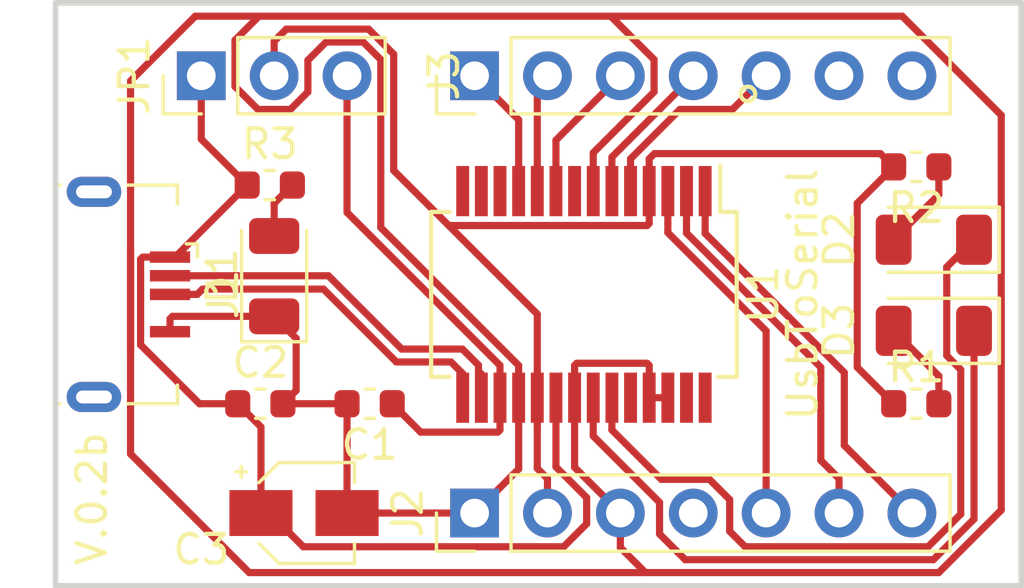
<source format=kicad_pcb>
(kicad_pcb (version 20171130) (host pcbnew "(5.0.1)-3")

  (general
    (thickness 1.6)
    (drawings 8)
    (tracks 170)
    (zones 0)
    (modules 14)
    (nets 29)
  )

  (page A4)
  (layers
    (0 F.Cu signal)
    (31 B.Cu signal)
    (32 B.Adhes user)
    (33 F.Adhes user)
    (34 B.Paste user)
    (35 F.Paste user)
    (36 B.SilkS user)
    (37 F.SilkS user)
    (38 B.Mask user)
    (39 F.Mask user)
    (40 Dwgs.User user)
    (41 Cmts.User user)
    (42 Eco1.User user)
    (43 Eco2.User user)
    (44 Edge.Cuts user)
    (45 Margin user)
    (46 B.CrtYd user)
    (47 F.CrtYd user)
    (48 B.Fab user)
    (49 F.Fab user hide)
  )

  (setup
    (last_trace_width 0.25)
    (trace_clearance 0.2)
    (zone_clearance 0.508)
    (zone_45_only no)
    (trace_min 0.2)
    (segment_width 0.2)
    (edge_width 0.15)
    (via_size 0.8)
    (via_drill 0.4)
    (via_min_size 0.4)
    (via_min_drill 0.3)
    (uvia_size 0.3)
    (uvia_drill 0.1)
    (uvias_allowed no)
    (uvia_min_size 0.2)
    (uvia_min_drill 0.1)
    (pcb_text_width 0.3)
    (pcb_text_size 1.5 1.5)
    (mod_edge_width 0.15)
    (mod_text_size 1 1)
    (mod_text_width 0.15)
    (pad_size 1.75 1.9)
    (pad_drill 0)
    (pad_to_mask_clearance 0.051)
    (solder_mask_min_width 0.25)
    (aux_axis_origin 0 0)
    (visible_elements 7FFFFFFF)
    (pcbplotparams
      (layerselection 0x010fc_7fffffff)
      (usegerberextensions false)
      (usegerberattributes false)
      (usegerberadvancedattributes false)
      (creategerberjobfile false)
      (excludeedgelayer true)
      (linewidth 0.100000)
      (plotframeref false)
      (viasonmask false)
      (mode 1)
      (useauxorigin false)
      (hpglpennumber 1)
      (hpglpenspeed 20)
      (hpglpendiameter 15.000000)
      (psnegative false)
      (psa4output false)
      (plotreference true)
      (plotvalue true)
      (plotinvisibletext false)
      (padsonsilk false)
      (subtractmaskfromsilk false)
      (outputformat 1)
      (mirror false)
      (drillshape 0)
      (scaleselection 1)
      (outputdirectory "Gerber/"))
  )

  (net 0 "")
  (net 1 +5V)
  (net 2 GNDREF)
  (net 3 "Net-(D2-Pad2)")
  (net 4 "Net-(D2-Pad1)")
  (net 5 "Net-(D3-Pad1)")
  (net 6 "Net-(D3-Pad2)")
  (net 7 "Net-(J1-Pad6)")
  (net 8 "Net-(J1-Pad2)")
  (net 9 "Net-(J1-Pad3)")
  (net 10 "Net-(U1-Pad12)")
  (net 11 "Net-(U1-Pad13)")
  (net 12 "Net-(U1-Pad14)")
  (net 13 "Net-(U1-Pad27)")
  (net 14 "Net-(U1-Pad28)")
  (net 15 "Net-(D1-Pad2)")
  (net 16 CTS)
  (net 17 PWR)
  (net 18 RXI)
  (net 19 DTR)
  (net 20 +3V3)
  (net 21 TX0)
  (net 22 RTS)
  (net 23 RI)
  (net 24 DCR)
  (net 25 DCD)
  (net 26 "Net-(J3-Pad6)")
  (net 27 "Net-(J2-Pad4)")
  (net 28 "Net-(J3-Pad7)")

  (net_class Default "This is the default net class."
    (clearance 0.2)
    (trace_width 0.25)
    (via_dia 0.8)
    (via_drill 0.4)
    (uvia_dia 0.3)
    (uvia_drill 0.1)
    (add_net +3V3)
    (add_net +5V)
    (add_net CTS)
    (add_net DCD)
    (add_net DCR)
    (add_net DTR)
    (add_net GNDREF)
    (add_net "Net-(D1-Pad2)")
    (add_net "Net-(D2-Pad1)")
    (add_net "Net-(D2-Pad2)")
    (add_net "Net-(D3-Pad1)")
    (add_net "Net-(D3-Pad2)")
    (add_net "Net-(J1-Pad2)")
    (add_net "Net-(J1-Pad3)")
    (add_net "Net-(J1-Pad6)")
    (add_net "Net-(J2-Pad4)")
    (add_net "Net-(J3-Pad6)")
    (add_net "Net-(J3-Pad7)")
    (add_net "Net-(U1-Pad12)")
    (add_net "Net-(U1-Pad13)")
    (add_net "Net-(U1-Pad14)")
    (add_net "Net-(U1-Pad27)")
    (add_net "Net-(U1-Pad28)")
    (add_net PWR)
    (add_net RI)
    (add_net RTS)
    (add_net RXI)
    (add_net TX0)
  )

  (module Connector_USB:USB_Micro-B_GCT_USB3076-30-A (layer F.Cu) (tedit 5D26EAAA) (tstamp 5D26F2D8)
    (at 80.645 80.01 270)
    (descr "GCT Micro USB https://gct.co/files/drawings/usb3076.pdf")
    (tags "Micro-USB SMD Typ-B GCT")
    (path /5D1BC55B)
    (attr smd)
    (fp_text reference J1 (at 0 -3.3 270) (layer F.SilkS)
      (effects (font (size 1 1) (thickness 0.15)))
    )
    (fp_text value USB_B_Micro (at 0 5.2 270) (layer F.Fab)
      (effects (font (size 1 1) (thickness 0.15)))
    )
    (fp_line (start -4.6 4.45) (end 4.6 4.45) (layer F.CrtYd) (width 0.05))
    (fp_line (start 4.6 -2.65) (end 4.6 4.45) (layer F.CrtYd) (width 0.05))
    (fp_line (start -4.6 -2.65) (end 4.6 -2.65) (layer F.CrtYd) (width 0.05))
    (fp_line (start -4.6 4.45) (end -4.6 -2.65) (layer F.CrtYd) (width 0.05))
    (fp_text user "PCB Edge" (at 0 2.65 270) (layer Dwgs.User)
      (effects (font (size 0.5 0.5) (thickness 0.08)))
    )
    (fp_line (start -3.81 -1.71) (end -3.15 -1.71) (layer F.SilkS) (width 0.12))
    (fp_line (start -3.81 0.02) (end -3.81 -1.71) (layer F.SilkS) (width 0.12))
    (fp_line (start 3.81 2.59) (end 3.81 2.38) (layer F.SilkS) (width 0.12))
    (fp_line (start 3.7 3.95) (end 3.7 -1.6) (layer F.Fab) (width 0.1))
    (fp_line (start -3 2.65) (end 3 2.65) (layer F.Fab) (width 0.1))
    (fp_line (start -3.7 3.95) (end 3.7 3.95) (layer F.Fab) (width 0.1))
    (fp_line (start -3.7 -1.6) (end 3.7 -1.6) (layer F.Fab) (width 0.1))
    (fp_line (start -3.7 3.95) (end -3.7 -1.6) (layer F.Fab) (width 0.1))
    (fp_line (start -3.81 2.59) (end -3.81 2.38) (layer F.SilkS) (width 0.12))
    (fp_line (start 3.81 0.02) (end 3.81 -1.71) (layer F.SilkS) (width 0.12))
    (fp_line (start 3.81 -1.71) (end 3.16 -1.71) (layer F.SilkS) (width 0.12))
    (fp_text user %R (at 0 0.85 270) (layer F.Fab)
      (effects (font (size 1 1) (thickness 0.15)))
    )
    (fp_line (start -1.76 -2.41) (end -1.31 -2.41) (layer F.SilkS) (width 0.12))
    (fp_line (start -1.76 -2.41) (end -1.76 -2.02) (layer F.SilkS) (width 0.12))
    (fp_line (start -1.3 -1.75) (end -1.5 -1.95) (layer F.Fab) (width 0.1))
    (fp_line (start -1.1 -1.95) (end -1.3 -1.75) (layer F.Fab) (width 0.1))
    (fp_line (start -1.5 -2.16) (end -1.1 -2.16) (layer F.Fab) (width 0.1))
    (fp_line (start -1.5 -2.16) (end -1.5 -1.95) (layer F.Fab) (width 0.1))
    (fp_line (start -1.1 -2.16) (end -1.1 -1.95) (layer F.Fab) (width 0.1))
    (pad 2 smd rect (at -0.65 -1.45 270) (size 0.4 1.4) (layers F.Cu F.Paste F.Mask)
      (net 8 "Net-(J1-Pad2)"))
    (pad 1 smd rect (at -1.3 -1.45 270) (size 0.4 1.4) (layers F.Cu F.Paste F.Mask)
      (net 1 +5V))
    (pad 5 smd rect (at 1.3 -1.45 270) (size 0.4 1.4) (layers F.Cu F.Paste F.Mask)
      (net 2 GNDREF))
    (pad 3 smd rect (at 0 -1.45 270) (size 0.4 1.4) (layers F.Cu F.Paste F.Mask)
      (net 9 "Net-(J1-Pad3)"))
    (pad 6 thru_hole oval (at -3.575 1.2 90) (size 1.05 1.9) (drill oval 0.45 1.25) (layers *.Cu *.Mask)
      (net 7 "Net-(J1-Pad6)"))
    (pad 6 thru_hole oval (at 3.575 1.2 270) (size 1.05 1.9) (drill oval 0.45 1.25) (layers *.Cu *.Mask)
      (net 7 "Net-(J1-Pad6)"))
    (model ${KISYS3DMOD}/Connector_USB.3dshapes/USB_Micro-B_GCT_USB3076-30-A.wrl
      (at (xyz 0 0 0))
      (scale (xyz 1 1 1))
      (rotate (xyz 0 0 0))
    )
  )

  (module Capacitor_SMD:C_0603_1608Metric (layer F.Cu) (tedit 5B301BBE) (tstamp 5D26F243)
    (at 89.0525 83.82 180)
    (descr "Capacitor SMD 0603 (1608 Metric), square (rectangular) end terminal, IPC_7351 nominal, (Body size source: http://www.tortai-tech.com/upload/download/2011102023233369053.pdf), generated with kicad-footprint-generator")
    (tags capacitor)
    (path /5D1BD4CB)
    (attr smd)
    (fp_text reference C1 (at 0 -1.43 180) (layer F.SilkS)
      (effects (font (size 1 1) (thickness 0.15)))
    )
    (fp_text value 100nf (at 0 1.43 180) (layer F.Fab)
      (effects (font (size 1 1) (thickness 0.15)))
    )
    (fp_text user %R (at 0 0 180) (layer F.Fab)
      (effects (font (size 0.4 0.4) (thickness 0.06)))
    )
    (fp_line (start 1.48 0.73) (end -1.48 0.73) (layer F.CrtYd) (width 0.05))
    (fp_line (start 1.48 -0.73) (end 1.48 0.73) (layer F.CrtYd) (width 0.05))
    (fp_line (start -1.48 -0.73) (end 1.48 -0.73) (layer F.CrtYd) (width 0.05))
    (fp_line (start -1.48 0.73) (end -1.48 -0.73) (layer F.CrtYd) (width 0.05))
    (fp_line (start -0.162779 0.51) (end 0.162779 0.51) (layer F.SilkS) (width 0.12))
    (fp_line (start -0.162779 -0.51) (end 0.162779 -0.51) (layer F.SilkS) (width 0.12))
    (fp_line (start 0.8 0.4) (end -0.8 0.4) (layer F.Fab) (width 0.1))
    (fp_line (start 0.8 -0.4) (end 0.8 0.4) (layer F.Fab) (width 0.1))
    (fp_line (start -0.8 -0.4) (end 0.8 -0.4) (layer F.Fab) (width 0.1))
    (fp_line (start -0.8 0.4) (end -0.8 -0.4) (layer F.Fab) (width 0.1))
    (pad 2 smd roundrect (at 0.7875 0 180) (size 0.875 0.95) (layers F.Cu F.Paste F.Mask) (roundrect_rratio 0.25)
      (net 2 GNDREF))
    (pad 1 smd roundrect (at -0.7875 0 180) (size 0.875 0.95) (layers F.Cu F.Paste F.Mask) (roundrect_rratio 0.25)
      (net 20 +3V3))
    (model ${KISYS3DMOD}/Capacitor_SMD.3dshapes/C_0603_1608Metric.wrl
      (at (xyz 0 0 0))
      (scale (xyz 1 1 1))
      (rotate (xyz 0 0 0))
    )
  )

  (module Capacitor_SMD:C_0603_1608Metric (layer F.Cu) (tedit 5B301BBE) (tstamp 5D26F254)
    (at 85.2425 83.82)
    (descr "Capacitor SMD 0603 (1608 Metric), square (rectangular) end terminal, IPC_7351 nominal, (Body size source: http://www.tortai-tech.com/upload/download/2011102023233369053.pdf), generated with kicad-footprint-generator")
    (tags capacitor)
    (path /5D218603)
    (attr smd)
    (fp_text reference C2 (at 0 -1.43) (layer F.SilkS)
      (effects (font (size 1 1) (thickness 0.15)))
    )
    (fp_text value 100nF (at 0 1.43) (layer F.Fab)
      (effects (font (size 1 1) (thickness 0.15)))
    )
    (fp_line (start -0.8 0.4) (end -0.8 -0.4) (layer F.Fab) (width 0.1))
    (fp_line (start -0.8 -0.4) (end 0.8 -0.4) (layer F.Fab) (width 0.1))
    (fp_line (start 0.8 -0.4) (end 0.8 0.4) (layer F.Fab) (width 0.1))
    (fp_line (start 0.8 0.4) (end -0.8 0.4) (layer F.Fab) (width 0.1))
    (fp_line (start -0.162779 -0.51) (end 0.162779 -0.51) (layer F.SilkS) (width 0.12))
    (fp_line (start -0.162779 0.51) (end 0.162779 0.51) (layer F.SilkS) (width 0.12))
    (fp_line (start -1.48 0.73) (end -1.48 -0.73) (layer F.CrtYd) (width 0.05))
    (fp_line (start -1.48 -0.73) (end 1.48 -0.73) (layer F.CrtYd) (width 0.05))
    (fp_line (start 1.48 -0.73) (end 1.48 0.73) (layer F.CrtYd) (width 0.05))
    (fp_line (start 1.48 0.73) (end -1.48 0.73) (layer F.CrtYd) (width 0.05))
    (fp_text user %R (at 0 0) (layer F.Fab)
      (effects (font (size 0.4 0.4) (thickness 0.06)))
    )
    (pad 1 smd roundrect (at -0.7875 0) (size 0.875 0.95) (layers F.Cu F.Paste F.Mask) (roundrect_rratio 0.25)
      (net 1 +5V))
    (pad 2 smd roundrect (at 0.7875 0) (size 0.875 0.95) (layers F.Cu F.Paste F.Mask) (roundrect_rratio 0.25)
      (net 2 GNDREF))
    (model ${KISYS3DMOD}/Capacitor_SMD.3dshapes/C_0603_1608Metric.wrl
      (at (xyz 0 0 0))
      (scale (xyz 1 1 1))
      (rotate (xyz 0 0 0))
    )
  )

  (module Capacitor_SMD:CP_Elec_3x5.3 (layer F.Cu) (tedit 5D2CF0FF) (tstamp 5D26F278)
    (at 86.765 87.63)
    (descr "SMT capacitor, aluminium electrolytic, 3x5.3, Cornell Dubilier Electronics ")
    (tags "Capacitor Electrolytic")
    (path /5D21513F)
    (attr smd)
    (fp_text reference C3 (at -3.58 1.27) (layer F.SilkS)
      (effects (font (size 1 1) (thickness 0.15)))
    )
    (fp_text value "" (at 0 2.7) (layer F.Fab)
      (effects (font (size 1 1) (thickness 0.15)))
    )
    (fp_circle (center 0 0) (end 1.5 0) (layer F.Fab) (width 0.1))
    (fp_line (start 1.65 -1.65) (end 1.65 1.65) (layer F.Fab) (width 0.1))
    (fp_line (start -0.825 -1.65) (end 1.65 -1.65) (layer F.Fab) (width 0.1))
    (fp_line (start -0.825 1.65) (end 1.65 1.65) (layer F.Fab) (width 0.1))
    (fp_line (start -1.65 -0.825) (end -1.65 0.825) (layer F.Fab) (width 0.1))
    (fp_line (start -1.65 -0.825) (end -0.825 -1.65) (layer F.Fab) (width 0.1))
    (fp_line (start -1.65 0.825) (end -0.825 1.65) (layer F.Fab) (width 0.1))
    (fp_line (start -1.110469 -0.8) (end -0.810469 -0.8) (layer F.Fab) (width 0.1))
    (fp_line (start -0.960469 -0.95) (end -0.960469 -0.65) (layer F.Fab) (width 0.1))
    (fp_line (start 1.76 1.76) (end 1.76 1.06) (layer F.SilkS) (width 0.12))
    (fp_line (start 1.76 -1.76) (end 1.76 -1.06) (layer F.SilkS) (width 0.12))
    (fp_line (start -0.870563 -1.76) (end 1.76 -1.76) (layer F.SilkS) (width 0.12))
    (fp_line (start -0.870563 1.76) (end 1.76 1.76) (layer F.SilkS) (width 0.12))
    (fp_line (start -1.570563 -1.06) (end -0.870563 -1.76) (layer F.SilkS) (width 0.12))
    (fp_line (start -1.570563 1.06) (end -0.870563 1.76) (layer F.SilkS) (width 0.12))
    (fp_line (start -2.375 -1.435) (end -2 -1.435) (layer F.SilkS) (width 0.12))
    (fp_line (start -2.1875 -1.6225) (end -2.1875 -1.2475) (layer F.SilkS) (width 0.12))
    (fp_line (start 1.9 -1.9) (end 1.9 -1.05) (layer F.CrtYd) (width 0.05))
    (fp_line (start 1.9 -1.05) (end 2.85 -1.05) (layer F.CrtYd) (width 0.05))
    (fp_line (start 2.85 -1.05) (end 2.85 1.05) (layer F.CrtYd) (width 0.05))
    (fp_line (start 2.85 1.05) (end 1.9 1.05) (layer F.CrtYd) (width 0.05))
    (fp_line (start 1.9 1.05) (end 1.9 1.9) (layer F.CrtYd) (width 0.05))
    (fp_line (start -0.93 1.9) (end 1.9 1.9) (layer F.CrtYd) (width 0.05))
    (fp_line (start -0.93 -1.9) (end 1.9 -1.9) (layer F.CrtYd) (width 0.05))
    (fp_line (start -1.78 1.05) (end -0.93 1.9) (layer F.CrtYd) (width 0.05))
    (fp_line (start -1.78 -1.05) (end -0.93 -1.9) (layer F.CrtYd) (width 0.05))
    (fp_line (start -1.78 -1.05) (end -2.85 -1.05) (layer F.CrtYd) (width 0.05))
    (fp_line (start -2.85 -1.05) (end -2.85 1.05) (layer F.CrtYd) (width 0.05))
    (fp_line (start -2.85 1.05) (end -1.78 1.05) (layer F.CrtYd) (width 0.05))
    (fp_text user %R (at 0 0) (layer F.Fab)
      (effects (font (size 0.6 0.6) (thickness 0.09)))
    )
    (pad 1 smd rect (at -1.5 0) (size 2.2 1.6) (layers F.Cu F.Paste F.Mask)
      (net 1 +5V))
    (pad 2 smd rect (at 1.5 0) (size 2.2 1.6) (layers F.Cu F.Paste F.Mask)
      (net 2 GNDREF))
    (model ${KISYS3DMOD}/Capacitor_SMD.3dshapes/CP_Elec_3x5.3.wrl
      (at (xyz 0 0 0))
      (scale (xyz 1 1 1))
      (rotate (xyz 0 0 0))
    )
  )

  (module LED_SMD:LED_1206_3216Metric (layer F.Cu) (tedit 5D28FE30) (tstamp 5D26F28B)
    (at 85.725 79.375 90)
    (descr "LED SMD 1206 (3216 Metric), square (rectangular) end terminal, IPC_7351 nominal, (Body size source: http://www.tortai-tech.com/upload/download/2011102023233369053.pdf), generated with kicad-footprint-generator")
    (tags diode)
    (path /5D1BE218)
    (attr smd)
    (fp_text reference D1 (at 0 -1.82 90) (layer F.SilkS)
      (effects (font (size 1 1) (thickness 0.15)))
    )
    (fp_text value PWR_LED (at 0 1.82 90) (layer F.Fab)
      (effects (font (size 1 1) (thickness 0.15)))
    )
    (fp_line (start 1.6 -0.8) (end -1.2 -0.8) (layer F.Fab) (width 0.1))
    (fp_line (start -1.2 -0.8) (end -1.6 -0.4) (layer F.Fab) (width 0.1))
    (fp_line (start -1.6 -0.4) (end -1.6 0.8) (layer F.Fab) (width 0.1))
    (fp_line (start -1.6 0.8) (end 1.6 0.8) (layer F.Fab) (width 0.1))
    (fp_line (start 1.6 0.8) (end 1.6 -0.8) (layer F.Fab) (width 0.1))
    (fp_line (start 1.6 -1.135) (end -2.285 -1.135) (layer F.SilkS) (width 0.12))
    (fp_line (start -2.285 -1.135) (end -2.285 1.135) (layer F.SilkS) (width 0.12))
    (fp_line (start -2.285 1.135) (end 1.6 1.135) (layer F.SilkS) (width 0.12))
    (fp_line (start -2.28 1.12) (end -2.28 -1.12) (layer F.CrtYd) (width 0.05))
    (fp_line (start -2.28 -1.12) (end 2.28 -1.12) (layer F.CrtYd) (width 0.05))
    (fp_line (start 2.28 -1.12) (end 2.28 1.12) (layer F.CrtYd) (width 0.05))
    (fp_line (start 2.28 1.12) (end -2.28 1.12) (layer F.CrtYd) (width 0.05))
    (fp_text user %R (at 0 0 90) (layer F.Fab)
      (effects (font (size 0.8 0.8) (thickness 0.12)))
    )
    (pad 1 smd roundrect (at -1.4 0 90) (size 1.25 1.75) (layers F.Cu F.Paste F.Mask) (roundrect_rratio 0.2)
      (net 2 GNDREF))
    (pad 2 smd roundrect (at 1.4 0 90) (size 1.25 1.75) (layers F.Cu F.Paste F.Mask) (roundrect_rratio 0.2)
      (net 15 "Net-(D1-Pad2)"))
    (model ${KISYS3DMOD}/LED_SMD.3dshapes/LED_1206_3216Metric.wrl
      (at (xyz 0 0 0))
      (scale (xyz 1 1 1))
      (rotate (xyz 0 0 0))
    )
  )

  (module LED_SMD:LED_1206_3216Metric (layer F.Cu) (tedit 5B301BBE) (tstamp 5D26F29E)
    (at 108.715 78.105 180)
    (descr "LED SMD 1206 (3216 Metric), square (rectangular) end terminal, IPC_7351 nominal, (Body size source: http://www.tortai-tech.com/upload/download/2011102023233369053.pdf), generated with kicad-footprint-generator")
    (tags diode)
    (path /5D1CD1E4)
    (attr smd)
    (fp_text reference D2 (at 3.305 0 270) (layer F.SilkS)
      (effects (font (size 1 1) (thickness 0.15)))
    )
    (fp_text value TX_LED (at 0 1.82 180) (layer F.Fab)
      (effects (font (size 1 1) (thickness 0.15)))
    )
    (fp_text user %R (at 0 0 180) (layer F.Fab)
      (effects (font (size 0.8 0.8) (thickness 0.12)))
    )
    (fp_line (start 2.28 1.12) (end -2.28 1.12) (layer F.CrtYd) (width 0.05))
    (fp_line (start 2.28 -1.12) (end 2.28 1.12) (layer F.CrtYd) (width 0.05))
    (fp_line (start -2.28 -1.12) (end 2.28 -1.12) (layer F.CrtYd) (width 0.05))
    (fp_line (start -2.28 1.12) (end -2.28 -1.12) (layer F.CrtYd) (width 0.05))
    (fp_line (start -2.285 1.135) (end 1.6 1.135) (layer F.SilkS) (width 0.12))
    (fp_line (start -2.285 -1.135) (end -2.285 1.135) (layer F.SilkS) (width 0.12))
    (fp_line (start 1.6 -1.135) (end -2.285 -1.135) (layer F.SilkS) (width 0.12))
    (fp_line (start 1.6 0.8) (end 1.6 -0.8) (layer F.Fab) (width 0.1))
    (fp_line (start -1.6 0.8) (end 1.6 0.8) (layer F.Fab) (width 0.1))
    (fp_line (start -1.6 -0.4) (end -1.6 0.8) (layer F.Fab) (width 0.1))
    (fp_line (start -1.2 -0.8) (end -1.6 -0.4) (layer F.Fab) (width 0.1))
    (fp_line (start 1.6 -0.8) (end -1.2 -0.8) (layer F.Fab) (width 0.1))
    (pad 2 smd roundrect (at 1.4 0 180) (size 1.25 1.75) (layers F.Cu F.Paste F.Mask) (roundrect_rratio 0.2)
      (net 3 "Net-(D2-Pad2)"))
    (pad 1 smd roundrect (at -1.4 0 180) (size 1.25 1.75) (layers F.Cu F.Paste F.Mask) (roundrect_rratio 0.2)
      (net 4 "Net-(D2-Pad1)"))
    (model ${KISYS3DMOD}/LED_SMD.3dshapes/LED_1206_3216Metric.wrl
      (at (xyz 0 0 0))
      (scale (xyz 1 1 1))
      (rotate (xyz 0 0 0))
    )
  )

  (module LED_SMD:LED_1206_3216Metric (layer F.Cu) (tedit 5B301BBE) (tstamp 5D26F2B1)
    (at 108.715 81.28 180)
    (descr "LED SMD 1206 (3216 Metric), square (rectangular) end terminal, IPC_7351 nominal, (Body size source: http://www.tortai-tech.com/upload/download/2011102023233369053.pdf), generated with kicad-footprint-generator")
    (tags diode)
    (path /5D1CD2B1)
    (attr smd)
    (fp_text reference D3 (at 3.305 0 270) (layer F.SilkS)
      (effects (font (size 1 1) (thickness 0.15)))
    )
    (fp_text value RX_LED (at 0 1.82 180) (layer F.Fab)
      (effects (font (size 1 1) (thickness 0.15)))
    )
    (fp_line (start 1.6 -0.8) (end -1.2 -0.8) (layer F.Fab) (width 0.1))
    (fp_line (start -1.2 -0.8) (end -1.6 -0.4) (layer F.Fab) (width 0.1))
    (fp_line (start -1.6 -0.4) (end -1.6 0.8) (layer F.Fab) (width 0.1))
    (fp_line (start -1.6 0.8) (end 1.6 0.8) (layer F.Fab) (width 0.1))
    (fp_line (start 1.6 0.8) (end 1.6 -0.8) (layer F.Fab) (width 0.1))
    (fp_line (start 1.6 -1.135) (end -2.285 -1.135) (layer F.SilkS) (width 0.12))
    (fp_line (start -2.285 -1.135) (end -2.285 1.135) (layer F.SilkS) (width 0.12))
    (fp_line (start -2.285 1.135) (end 1.6 1.135) (layer F.SilkS) (width 0.12))
    (fp_line (start -2.28 1.12) (end -2.28 -1.12) (layer F.CrtYd) (width 0.05))
    (fp_line (start -2.28 -1.12) (end 2.28 -1.12) (layer F.CrtYd) (width 0.05))
    (fp_line (start 2.28 -1.12) (end 2.28 1.12) (layer F.CrtYd) (width 0.05))
    (fp_line (start 2.28 1.12) (end -2.28 1.12) (layer F.CrtYd) (width 0.05))
    (fp_text user %R (at 0 0 180) (layer F.Fab)
      (effects (font (size 0.8 0.8) (thickness 0.12)))
    )
    (pad 1 smd roundrect (at -1.4 0 180) (size 1.25 1.75) (layers F.Cu F.Paste F.Mask) (roundrect_rratio 0.2)
      (net 5 "Net-(D3-Pad1)"))
    (pad 2 smd roundrect (at 1.4 0 180) (size 1.25 1.75) (layers F.Cu F.Paste F.Mask) (roundrect_rratio 0.2)
      (net 6 "Net-(D3-Pad2)"))
    (model ${KISYS3DMOD}/LED_SMD.3dshapes/LED_1206_3216Metric.wrl
      (at (xyz 0 0 0))
      (scale (xyz 1 1 1))
      (rotate (xyz 0 0 0))
    )
  )

  (module Connector_PinHeader_2.54mm:PinHeader_1x03_P2.54mm_Vertical (layer F.Cu) (tedit 59FED5CC) (tstamp 5D26F321)
    (at 83.185 72.39 90)
    (descr "Through hole straight pin header, 1x03, 2.54mm pitch, single row")
    (tags "Through hole pin header THT 1x03 2.54mm single row")
    (path /5D1BFD16)
    (fp_text reference JP1 (at 0 -2.33 90) (layer F.SilkS)
      (effects (font (size 1 1) (thickness 0.15)))
    )
    (fp_text value PowerSelect (at -2.54 2.54 180) (layer F.Fab)
      (effects (font (size 1 1) (thickness 0.15)))
    )
    (fp_line (start -0.635 -1.27) (end 1.27 -1.27) (layer F.Fab) (width 0.1))
    (fp_line (start 1.27 -1.27) (end 1.27 6.35) (layer F.Fab) (width 0.1))
    (fp_line (start 1.27 6.35) (end -1.27 6.35) (layer F.Fab) (width 0.1))
    (fp_line (start -1.27 6.35) (end -1.27 -0.635) (layer F.Fab) (width 0.1))
    (fp_line (start -1.27 -0.635) (end -0.635 -1.27) (layer F.Fab) (width 0.1))
    (fp_line (start -1.33 6.41) (end 1.33 6.41) (layer F.SilkS) (width 0.12))
    (fp_line (start -1.33 1.27) (end -1.33 6.41) (layer F.SilkS) (width 0.12))
    (fp_line (start 1.33 1.27) (end 1.33 6.41) (layer F.SilkS) (width 0.12))
    (fp_line (start -1.33 1.27) (end 1.33 1.27) (layer F.SilkS) (width 0.12))
    (fp_line (start -1.33 0) (end -1.33 -1.33) (layer F.SilkS) (width 0.12))
    (fp_line (start -1.33 -1.33) (end 0 -1.33) (layer F.SilkS) (width 0.12))
    (fp_line (start -1.8 -1.8) (end -1.8 6.85) (layer F.CrtYd) (width 0.05))
    (fp_line (start -1.8 6.85) (end 1.8 6.85) (layer F.CrtYd) (width 0.05))
    (fp_line (start 1.8 6.85) (end 1.8 -1.8) (layer F.CrtYd) (width 0.05))
    (fp_line (start 1.8 -1.8) (end -1.8 -1.8) (layer F.CrtYd) (width 0.05))
    (fp_text user %R (at 0 2.54 180) (layer F.Fab)
      (effects (font (size 1 1) (thickness 0.15)))
    )
    (pad 1 thru_hole rect (at 0 0 90) (size 1.7 1.7) (drill 1) (layers *.Cu *.Mask)
      (net 1 +5V))
    (pad 2 thru_hole oval (at 0 2.54 90) (size 1.7 1.7) (drill 1) (layers *.Cu *.Mask)
      (net 17 PWR))
    (pad 3 thru_hole oval (at 0 5.08 90) (size 1.7 1.7) (drill 1) (layers *.Cu *.Mask)
      (net 20 +3V3))
    (model ${KISYS3DMOD}/Connector_PinHeader_2.54mm.3dshapes/PinHeader_1x03_P2.54mm_Vertical.wrl
      (at (xyz 0 0 0))
      (scale (xyz 1 1 1))
      (rotate (xyz 0 0 0))
    )
  )

  (module Resistor_SMD:R_0603_1608Metric (layer F.Cu) (tedit 5B301BBD) (tstamp 5D26F332)
    (at 108.1025 83.82 180)
    (descr "Resistor SMD 0603 (1608 Metric), square (rectangular) end terminal, IPC_7351 nominal, (Body size source: http://www.tortai-tech.com/upload/download/2011102023233369053.pdf), generated with kicad-footprint-generator")
    (tags resistor)
    (path /5D1D04C6)
    (attr smd)
    (fp_text reference R1 (at 0 1.27 180) (layer F.SilkS)
      (effects (font (size 1 1) (thickness 0.15)))
    )
    (fp_text value RX_R (at 0 1.43 180) (layer F.Fab)
      (effects (font (size 1 1) (thickness 0.15)))
    )
    (fp_line (start -0.8 0.4) (end -0.8 -0.4) (layer F.Fab) (width 0.1))
    (fp_line (start -0.8 -0.4) (end 0.8 -0.4) (layer F.Fab) (width 0.1))
    (fp_line (start 0.8 -0.4) (end 0.8 0.4) (layer F.Fab) (width 0.1))
    (fp_line (start 0.8 0.4) (end -0.8 0.4) (layer F.Fab) (width 0.1))
    (fp_line (start -0.162779 -0.51) (end 0.162779 -0.51) (layer F.SilkS) (width 0.12))
    (fp_line (start -0.162779 0.51) (end 0.162779 0.51) (layer F.SilkS) (width 0.12))
    (fp_line (start -1.48 0.73) (end -1.48 -0.73) (layer F.CrtYd) (width 0.05))
    (fp_line (start -1.48 -0.73) (end 1.48 -0.73) (layer F.CrtYd) (width 0.05))
    (fp_line (start 1.48 -0.73) (end 1.48 0.73) (layer F.CrtYd) (width 0.05))
    (fp_line (start 1.48 0.73) (end -1.48 0.73) (layer F.CrtYd) (width 0.05))
    (fp_text user %R (at 0 0 180) (layer F.Fab)
      (effects (font (size 0.4 0.4) (thickness 0.06)))
    )
    (pad 1 smd roundrect (at -0.7875 0 180) (size 0.875 0.95) (layers F.Cu F.Paste F.Mask) (roundrect_rratio 0.25)
      (net 6 "Net-(D3-Pad2)"))
    (pad 2 smd roundrect (at 0.7875 0 180) (size 0.875 0.95) (layers F.Cu F.Paste F.Mask) (roundrect_rratio 0.25)
      (net 17 PWR))
    (model ${KISYS3DMOD}/Resistor_SMD.3dshapes/R_0603_1608Metric.wrl
      (at (xyz 0 0 0))
      (scale (xyz 1 1 1))
      (rotate (xyz 0 0 0))
    )
  )

  (module Resistor_SMD:R_0603_1608Metric (layer F.Cu) (tedit 5B301BBD) (tstamp 5D26F343)
    (at 108.1025 75.565 180)
    (descr "Resistor SMD 0603 (1608 Metric), square (rectangular) end terminal, IPC_7351 nominal, (Body size source: http://www.tortai-tech.com/upload/download/2011102023233369053.pdf), generated with kicad-footprint-generator")
    (tags resistor)
    (path /5D1D051F)
    (attr smd)
    (fp_text reference R2 (at 0 -1.43 180) (layer F.SilkS)
      (effects (font (size 1 1) (thickness 0.15)))
    )
    (fp_text value TX_R (at 0 1.43 180) (layer F.Fab)
      (effects (font (size 1 1) (thickness 0.15)))
    )
    (fp_text user %R (at 0 0 180) (layer F.Fab)
      (effects (font (size 0.4 0.4) (thickness 0.06)))
    )
    (fp_line (start 1.48 0.73) (end -1.48 0.73) (layer F.CrtYd) (width 0.05))
    (fp_line (start 1.48 -0.73) (end 1.48 0.73) (layer F.CrtYd) (width 0.05))
    (fp_line (start -1.48 -0.73) (end 1.48 -0.73) (layer F.CrtYd) (width 0.05))
    (fp_line (start -1.48 0.73) (end -1.48 -0.73) (layer F.CrtYd) (width 0.05))
    (fp_line (start -0.162779 0.51) (end 0.162779 0.51) (layer F.SilkS) (width 0.12))
    (fp_line (start -0.162779 -0.51) (end 0.162779 -0.51) (layer F.SilkS) (width 0.12))
    (fp_line (start 0.8 0.4) (end -0.8 0.4) (layer F.Fab) (width 0.1))
    (fp_line (start 0.8 -0.4) (end 0.8 0.4) (layer F.Fab) (width 0.1))
    (fp_line (start -0.8 -0.4) (end 0.8 -0.4) (layer F.Fab) (width 0.1))
    (fp_line (start -0.8 0.4) (end -0.8 -0.4) (layer F.Fab) (width 0.1))
    (pad 2 smd roundrect (at 0.7875 0 180) (size 0.875 0.95) (layers F.Cu F.Paste F.Mask) (roundrect_rratio 0.25)
      (net 17 PWR))
    (pad 1 smd roundrect (at -0.7875 0 180) (size 0.875 0.95) (layers F.Cu F.Paste F.Mask) (roundrect_rratio 0.25)
      (net 3 "Net-(D2-Pad2)"))
    (model ${KISYS3DMOD}/Resistor_SMD.3dshapes/R_0603_1608Metric.wrl
      (at (xyz 0 0 0))
      (scale (xyz 1 1 1))
      (rotate (xyz 0 0 0))
    )
  )

  (module Resistor_SMD:R_0603_1608Metric (layer F.Cu) (tedit 5B301BBD) (tstamp 5D26F354)
    (at 85.5725 76.2)
    (descr "Resistor SMD 0603 (1608 Metric), square (rectangular) end terminal, IPC_7351 nominal, (Body size source: http://www.tortai-tech.com/upload/download/2011102023233369053.pdf), generated with kicad-footprint-generator")
    (tags resistor)
    (path /5D1E397F)
    (attr smd)
    (fp_text reference R3 (at 0 -1.43) (layer F.SilkS)
      (effects (font (size 1 1) (thickness 0.15)))
    )
    (fp_text value R_Small (at 0 1.43) (layer F.Fab)
      (effects (font (size 1 1) (thickness 0.15)))
    )
    (fp_line (start -0.8 0.4) (end -0.8 -0.4) (layer F.Fab) (width 0.1))
    (fp_line (start -0.8 -0.4) (end 0.8 -0.4) (layer F.Fab) (width 0.1))
    (fp_line (start 0.8 -0.4) (end 0.8 0.4) (layer F.Fab) (width 0.1))
    (fp_line (start 0.8 0.4) (end -0.8 0.4) (layer F.Fab) (width 0.1))
    (fp_line (start -0.162779 -0.51) (end 0.162779 -0.51) (layer F.SilkS) (width 0.12))
    (fp_line (start -0.162779 0.51) (end 0.162779 0.51) (layer F.SilkS) (width 0.12))
    (fp_line (start -1.48 0.73) (end -1.48 -0.73) (layer F.CrtYd) (width 0.05))
    (fp_line (start -1.48 -0.73) (end 1.48 -0.73) (layer F.CrtYd) (width 0.05))
    (fp_line (start 1.48 -0.73) (end 1.48 0.73) (layer F.CrtYd) (width 0.05))
    (fp_line (start 1.48 0.73) (end -1.48 0.73) (layer F.CrtYd) (width 0.05))
    (fp_text user %R (at 0 0) (layer F.Fab)
      (effects (font (size 0.4 0.4) (thickness 0.06)))
    )
    (pad 1 smd roundrect (at -0.7875 0) (size 0.875 0.95) (layers F.Cu F.Paste F.Mask) (roundrect_rratio 0.25)
      (net 1 +5V))
    (pad 2 smd roundrect (at 0.7875 0) (size 0.875 0.95) (layers F.Cu F.Paste F.Mask) (roundrect_rratio 0.25)
      (net 15 "Net-(D1-Pad2)"))
    (model ${KISYS3DMOD}/Resistor_SMD.3dshapes/R_0603_1608Metric.wrl
      (at (xyz 0 0 0))
      (scale (xyz 1 1 1))
      (rotate (xyz 0 0 0))
    )
  )

  (module Package_SO:SSOP-28_5.3x10.2mm_P0.65mm (layer F.Cu) (tedit 5A02F25C) (tstamp 5D26F385)
    (at 96.52 80.01 270)
    (descr "28-Lead Plastic Shrink Small Outline (SS)-5.30 mm Body [SSOP] (see Microchip Packaging Specification 00000049BS.pdf)")
    (tags "SSOP 0.65")
    (path /5D1B87B5)
    (attr smd)
    (fp_text reference U1 (at 0 -6.25 270) (layer F.SilkS)
      (effects (font (size 1 1) (thickness 0.15)))
    )
    (fp_text value FT232RL (at 0 6.25 270) (layer F.Fab)
      (effects (font (size 1 1) (thickness 0.15)))
    )
    (fp_line (start -1.65 -5.1) (end 2.65 -5.1) (layer F.Fab) (width 0.15))
    (fp_line (start 2.65 -5.1) (end 2.65 5.1) (layer F.Fab) (width 0.15))
    (fp_line (start 2.65 5.1) (end -2.65 5.1) (layer F.Fab) (width 0.15))
    (fp_line (start -2.65 5.1) (end -2.65 -4.1) (layer F.Fab) (width 0.15))
    (fp_line (start -2.65 -4.1) (end -1.65 -5.1) (layer F.Fab) (width 0.15))
    (fp_line (start -4.75 -5.5) (end -4.75 5.5) (layer F.CrtYd) (width 0.05))
    (fp_line (start 4.75 -5.5) (end 4.75 5.5) (layer F.CrtYd) (width 0.05))
    (fp_line (start -4.75 -5.5) (end 4.75 -5.5) (layer F.CrtYd) (width 0.05))
    (fp_line (start -4.75 5.5) (end 4.75 5.5) (layer F.CrtYd) (width 0.05))
    (fp_line (start -2.875 -5.325) (end -2.875 -4.75) (layer F.SilkS) (width 0.15))
    (fp_line (start 2.875 -5.325) (end 2.875 -4.675) (layer F.SilkS) (width 0.15))
    (fp_line (start 2.875 5.325) (end 2.875 4.675) (layer F.SilkS) (width 0.15))
    (fp_line (start -2.875 5.325) (end -2.875 4.675) (layer F.SilkS) (width 0.15))
    (fp_line (start -2.875 -5.325) (end 2.875 -5.325) (layer F.SilkS) (width 0.15))
    (fp_line (start -2.875 5.325) (end 2.875 5.325) (layer F.SilkS) (width 0.15))
    (fp_line (start -2.875 -4.75) (end -4.475 -4.75) (layer F.SilkS) (width 0.15))
    (fp_text user %R (at 0 0 270) (layer F.Fab)
      (effects (font (size 0.8 0.8) (thickness 0.15)))
    )
    (pad 1 smd rect (at -3.6 -4.225 270) (size 1.75 0.45) (layers F.Cu F.Paste F.Mask)
      (net 21 TX0))
    (pad 2 smd rect (at -3.6 -3.575 270) (size 1.75 0.45) (layers F.Cu F.Paste F.Mask)
      (net 19 DTR))
    (pad 3 smd rect (at -3.6 -2.925 270) (size 1.75 0.45) (layers F.Cu F.Paste F.Mask)
      (net 22 RTS))
    (pad 4 smd rect (at -3.6 -2.275 270) (size 1.75 0.45) (layers F.Cu F.Paste F.Mask)
      (net 17 PWR))
    (pad 5 smd rect (at -3.6 -1.625 270) (size 1.75 0.45) (layers F.Cu F.Paste F.Mask)
      (net 18 RXI))
    (pad 6 smd rect (at -3.6 -0.975 270) (size 1.75 0.45) (layers F.Cu F.Paste F.Mask)
      (net 23 RI))
    (pad 7 smd rect (at -3.6 -0.325 270) (size 1.75 0.45) (layers F.Cu F.Paste F.Mask)
      (net 2 GNDREF))
    (pad 8 smd rect (at -3.6 0.325 270) (size 1.75 0.45) (layers F.Cu F.Paste F.Mask))
    (pad 9 smd rect (at -3.6 0.975 270) (size 1.75 0.45) (layers F.Cu F.Paste F.Mask)
      (net 24 DCR))
    (pad 10 smd rect (at -3.6 1.625 270) (size 1.75 0.45) (layers F.Cu F.Paste F.Mask)
      (net 25 DCD))
    (pad 11 smd rect (at -3.6 2.275 270) (size 1.75 0.45) (layers F.Cu F.Paste F.Mask)
      (net 16 CTS))
    (pad 12 smd rect (at -3.6 2.925 270) (size 1.75 0.45) (layers F.Cu F.Paste F.Mask)
      (net 10 "Net-(U1-Pad12)"))
    (pad 13 smd rect (at -3.6 3.575 270) (size 1.75 0.45) (layers F.Cu F.Paste F.Mask)
      (net 11 "Net-(U1-Pad13)"))
    (pad 14 smd rect (at -3.6 4.225 270) (size 1.75 0.45) (layers F.Cu F.Paste F.Mask)
      (net 12 "Net-(U1-Pad14)"))
    (pad 15 smd rect (at 3.6 4.225 270) (size 1.75 0.45) (layers F.Cu F.Paste F.Mask)
      (net 9 "Net-(J1-Pad3)"))
    (pad 16 smd rect (at 3.6 3.575 270) (size 1.75 0.45) (layers F.Cu F.Paste F.Mask)
      (net 8 "Net-(J1-Pad2)"))
    (pad 17 smd rect (at 3.6 2.925 270) (size 1.75 0.45) (layers F.Cu F.Paste F.Mask)
      (net 20 +3V3))
    (pad 18 smd rect (at 3.6 2.275 270) (size 1.75 0.45) (layers F.Cu F.Paste F.Mask)
      (net 2 GNDREF))
    (pad 19 smd rect (at 3.6 1.625 270) (size 1.75 0.45) (layers F.Cu F.Paste F.Mask)
      (net 17 PWR))
    (pad 20 smd rect (at 3.6 0.975 270) (size 1.75 0.45) (layers F.Cu F.Paste F.Mask)
      (net 1 +5V))
    (pad 21 smd rect (at 3.6 0.325 270) (size 1.75 0.45) (layers F.Cu F.Paste F.Mask)
      (net 2 GNDREF))
    (pad 22 smd rect (at 3.6 -0.325 270) (size 1.75 0.45) (layers F.Cu F.Paste F.Mask)
      (net 5 "Net-(D3-Pad1)"))
    (pad 23 smd rect (at 3.6 -0.975 270) (size 1.75 0.45) (layers F.Cu F.Paste F.Mask)
      (net 4 "Net-(D2-Pad1)"))
    (pad 24 smd rect (at 3.6 -1.625 270) (size 1.75 0.45) (layers F.Cu F.Paste F.Mask))
    (pad 25 smd rect (at 3.6 -2.275 270) (size 1.75 0.45) (layers F.Cu F.Paste F.Mask)
      (net 2 GNDREF))
    (pad 26 smd rect (at 3.6 -2.925 270) (size 1.75 0.45) (layers F.Cu F.Paste F.Mask)
      (net 2 GNDREF))
    (pad 27 smd rect (at 3.6 -3.575 270) (size 1.75 0.45) (layers F.Cu F.Paste F.Mask)
      (net 13 "Net-(U1-Pad27)"))
    (pad 28 smd rect (at 3.6 -4.225 270) (size 1.75 0.45) (layers F.Cu F.Paste F.Mask)
      (net 14 "Net-(U1-Pad28)"))
    (model ${KISYS3DMOD}/Package_SO.3dshapes/SSOP-28_5.3x10.2mm_P0.65mm.wrl
      (at (xyz 0 0 0))
      (scale (xyz 1 1 1))
      (rotate (xyz 0 0 0))
    )
  )

  (module Connector_PinHeader_2.54mm:PinHeader_1x07_P2.54mm_Vertical (layer F.Cu) (tedit 5D28FF2D) (tstamp 5D2BF06B)
    (at 92.71 87.63 90)
    (descr "Through hole straight pin header, 1x07, 2.54mm pitch, single row")
    (tags "Through hole pin header THT 1x07 2.54mm single row")
    (path /5D28816E)
    (fp_text reference J2 (at 0 -2.33 90) (layer F.SilkS)
      (effects (font (size 1 1) (thickness 0.15)))
    )
    (fp_text value Conn_01x07_Female (at 2.54 15.875 180) (layer F.Fab)
      (effects (font (size 1 1) (thickness 0.15)))
    )
    (fp_text user %R (at 0 7.62 180) (layer F.Fab)
      (effects (font (size 1 1) (thickness 0.15)))
    )
    (fp_line (start 1.8 -1.8) (end -1.8 -1.8) (layer F.CrtYd) (width 0.05))
    (fp_line (start 1.8 17.05) (end 1.8 -1.8) (layer F.CrtYd) (width 0.05))
    (fp_line (start -1.8 17.05) (end 1.8 17.05) (layer F.CrtYd) (width 0.05))
    (fp_line (start -1.8 -1.8) (end -1.8 17.05) (layer F.CrtYd) (width 0.05))
    (fp_line (start -1.33 -1.33) (end 0 -1.33) (layer F.SilkS) (width 0.12))
    (fp_line (start -1.33 0) (end -1.33 -1.33) (layer F.SilkS) (width 0.12))
    (fp_line (start -1.33 1.27) (end 1.33 1.27) (layer F.SilkS) (width 0.12))
    (fp_line (start 1.33 1.27) (end 1.33 16.57) (layer F.SilkS) (width 0.12))
    (fp_line (start -1.33 1.27) (end -1.33 16.57) (layer F.SilkS) (width 0.12))
    (fp_line (start -1.33 16.57) (end 1.33 16.57) (layer F.SilkS) (width 0.12))
    (fp_line (start -1.27 -0.635) (end -0.635 -1.27) (layer F.Fab) (width 0.1))
    (fp_line (start -1.27 16.51) (end -1.27 -0.635) (layer F.Fab) (width 0.1))
    (fp_line (start 1.27 16.51) (end -1.27 16.51) (layer F.Fab) (width 0.1))
    (fp_line (start 1.27 -1.27) (end 1.27 16.51) (layer F.Fab) (width 0.1))
    (fp_line (start -0.635 -1.27) (end 1.27 -1.27) (layer F.Fab) (width 0.1))
    (pad 7 thru_hole oval (at 0 15.24 90) (size 1.7 1.7) (drill 1) (layers *.Cu *.Mask)
      (net 21 TX0))
    (pad 6 thru_hole oval (at 0 12.7 90) (size 1.7 1.7) (drill 1) (layers *.Cu *.Mask)
      (net 19 DTR))
    (pad 5 thru_hole oval (at 0 10.16 90) (size 1.7 1.7) (drill 1) (layers *.Cu *.Mask)
      (net 22 RTS))
    (pad 4 thru_hole oval (at 0 7.62 90) (size 1.7 1.7) (drill 1) (layers *.Cu *.Mask)
      (net 27 "Net-(J2-Pad4)"))
    (pad 3 thru_hole oval (at 0 5.08 90) (size 1.7 1.7) (drill 1) (layers *.Cu *.Mask)
      (net 2 GNDREF))
    (pad 2 thru_hole oval (at 0 2.54 90) (size 1.7 1.7) (drill 1) (layers *.Cu *.Mask)
      (net 17 PWR))
    (pad 1 thru_hole rect (at 0 0 90) (size 1.7 1.7) (drill 1) (layers *.Cu *.Mask)
      (net 2 GNDREF))
    (model ${KISYS3DMOD}/Connector_PinHeader_2.54mm.3dshapes/PinHeader_1x07_P2.54mm_Vertical.wrl
      (at (xyz 0 0 0))
      (scale (xyz 1 1 1))
      (rotate (xyz 0 0 0))
    )
  )

  (module Connector_PinHeader_2.54mm:PinHeader_1x07_P2.54mm_Vertical (layer F.Cu) (tedit 5D28FF1F) (tstamp 5D2BF086)
    (at 92.71 72.39 90)
    (descr "Through hole straight pin header, 1x07, 2.54mm pitch, single row")
    (tags "Through hole pin header THT 1x07 2.54mm single row")
    (path /5D288061)
    (fp_text reference J3 (at 0 -1.067501 90) (layer F.SilkS)
      (effects (font (size 1 1) (thickness 0.15)))
    )
    (fp_text value Conn_01x07_Female (at -2.54 11.43 180) (layer F.Fab)
      (effects (font (size 1 1) (thickness 0.15)))
    )
    (fp_line (start -0.635 -1.27) (end 1.27 -1.27) (layer F.Fab) (width 0.1))
    (fp_line (start 1.27 -1.27) (end 1.27 16.51) (layer F.Fab) (width 0.1))
    (fp_line (start 1.27 16.51) (end -1.27 16.51) (layer F.Fab) (width 0.1))
    (fp_line (start -1.27 16.51) (end -1.27 -0.635) (layer F.Fab) (width 0.1))
    (fp_line (start -1.27 -0.635) (end -0.635 -1.27) (layer F.Fab) (width 0.1))
    (fp_line (start -1.33 16.57) (end 1.33 16.57) (layer F.SilkS) (width 0.12))
    (fp_line (start -1.33 1.27) (end -1.33 16.57) (layer F.SilkS) (width 0.12))
    (fp_line (start 1.33 1.27) (end 1.33 16.57) (layer F.SilkS) (width 0.12))
    (fp_line (start -1.33 1.27) (end 1.33 1.27) (layer F.SilkS) (width 0.12))
    (fp_line (start -1.33 0) (end -1.33 -1.33) (layer F.SilkS) (width 0.12))
    (fp_line (start -1.33 -1.33) (end 0 -1.33) (layer F.SilkS) (width 0.12))
    (fp_line (start -1.8 -1.8) (end -1.8 17.05) (layer F.CrtYd) (width 0.05))
    (fp_line (start -1.8 17.05) (end 1.8 17.05) (layer F.CrtYd) (width 0.05))
    (fp_line (start 1.8 17.05) (end 1.8 -1.8) (layer F.CrtYd) (width 0.05))
    (fp_line (start 1.8 -1.8) (end -1.8 -1.8) (layer F.CrtYd) (width 0.05))
    (fp_text user %R (at 0 7.62 180) (layer F.Fab)
      (effects (font (size 1 1) (thickness 0.15)))
    )
    (pad 1 thru_hole rect (at 0 0 90) (size 1.7 1.7) (drill 1) (layers *.Cu *.Mask)
      (net 16 CTS))
    (pad 2 thru_hole oval (at 0 2.54 90) (size 1.7 1.7) (drill 1) (layers *.Cu *.Mask)
      (net 25 DCD))
    (pad 3 thru_hole oval (at 0 5.08 90) (size 1.7 1.7) (drill 1) (layers *.Cu *.Mask)
      (net 24 DCR))
    (pad 4 thru_hole oval (at 0 7.62 90) (size 1.7 1.7) (drill 1) (layers *.Cu *.Mask)
      (net 23 RI))
    (pad 5 thru_hole oval (at 0 10.16 90) (size 1.7 1.7) (drill 1) (layers *.Cu *.Mask)
      (net 18 RXI))
    (pad 6 thru_hole oval (at 0 12.7 90) (size 1.7 1.7) (drill 1) (layers *.Cu *.Mask)
      (net 26 "Net-(J3-Pad6)"))
    (pad 7 thru_hole oval (at 0 15.24 90) (size 1.7 1.7) (drill 1) (layers *.Cu *.Mask)
      (net 28 "Net-(J3-Pad7)"))
    (model ${KISYS3DMOD}/Connector_PinHeader_2.54mm.3dshapes/PinHeader_1x07_P2.54mm_Vertical.wrl
      (at (xyz 0 0 0))
      (scale (xyz 1 1 1))
      (rotate (xyz 0 0 0))
    )
  )

  (gr_text UsbToSerial (at 104.14 80.01 90) (layer F.SilkS)
    (effects (font (size 1 1) (thickness 0.15)))
  )
  (gr_circle (center 102.235 73.025) (end 102.489 73.025) (layer F.SilkS) (width 0.15))
  (gr_circle (center 101.092 73.152) (end 101.346 73.406) (layer F.Fab) (width 0.15))
  (gr_text V.0.2b (at 79.375 89.535 90) (layer F.SilkS)
    (effects (font (size 1 1) (thickness 0.15)) (justify left))
  )
  (gr_line (start 78.105 90.17) (end 78.105 69.85) (layer Edge.Cuts) (width 0.2))
  (gr_line (start 111.76 90.17) (end 78.105 90.17) (layer Edge.Cuts) (width 0.2))
  (gr_line (start 111.76 69.85) (end 111.76 90.17) (layer Edge.Cuts) (width 0.2))
  (gr_line (start 78.105 69.85) (end 111.76 69.85) (layer Edge.Cuts) (width 0.2))

  (segment (start 82.275 78.71) (end 82.095 78.71) (width 0.25) (layer F.Cu) (net 1))
  (segment (start 84.785 76.2) (end 82.275 78.71) (width 0.25) (layer F.Cu) (net 1))
  (segment (start 83.185 74.6) (end 84.785 76.2) (width 0.25) (layer F.Cu) (net 1))
  (segment (start 83.185 72.39) (end 83.185 74.6) (width 0.25) (layer F.Cu) (net 1))
  (segment (start 86.740001 88.805001) (end 85.565 87.63) (width 0.25) (layer F.Cu) (net 1))
  (segment (start 85.565 87.63) (end 85.265 87.63) (width 0.25) (layer F.Cu) (net 1))
  (segment (start 95.814001 88.805001) (end 86.740001 88.805001) (width 0.25) (layer F.Cu) (net 1))
  (segment (start 96.614999 88.004003) (end 95.814001 88.805001) (width 0.25) (layer F.Cu) (net 1))
  (segment (start 96.614999 87.091409) (end 96.614999 88.004003) (width 0.25) (layer F.Cu) (net 1))
  (segment (start 95.545 86.02141) (end 96.614999 87.091409) (width 0.25) (layer F.Cu) (net 1))
  (segment (start 95.545 83.61) (end 95.545 86.02141) (width 0.25) (layer F.Cu) (net 1))
  (segment (start 85.265 84.63) (end 84.455 83.82) (width 0.25) (layer F.Cu) (net 1))
  (segment (start 85.265 87.63) (end 85.265 84.63) (width 0.25) (layer F.Cu) (net 1))
  (segment (start 81.145 78.71) (end 82.095 78.71) (width 0.25) (layer F.Cu) (net 1))
  (segment (start 81.069999 78.785001) (end 81.145 78.71) (width 0.25) (layer F.Cu) (net 1))
  (segment (start 81.069999 81.770001) (end 81.069999 78.785001) (width 0.25) (layer F.Cu) (net 1))
  (segment (start 83.119998 83.82) (end 81.069999 81.770001) (width 0.25) (layer F.Cu) (net 1))
  (segment (start 84.455 83.82) (end 83.119998 83.82) (width 0.25) (layer F.Cu) (net 1))
  (segment (start 99.445 83.61) (end 98.795 83.61) (width 0.25) (layer F.Cu) (net 2))
  (segment (start 96.195 82.485) (end 96.195 83.61) (width 0.25) (layer F.Cu) (net 2))
  (segment (start 96.270001 82.409999) (end 96.195 82.485) (width 0.25) (layer F.Cu) (net 2))
  (segment (start 98.719999 82.409999) (end 96.270001 82.409999) (width 0.25) (layer F.Cu) (net 2))
  (segment (start 98.795 82.485) (end 98.719999 82.409999) (width 0.25) (layer F.Cu) (net 2))
  (segment (start 98.795 83.61) (end 98.795 82.485) (width 0.25) (layer F.Cu) (net 2))
  (segment (start 96.195 86.035) (end 97.79 87.63) (width 0.25) (layer F.Cu) (net 2))
  (segment (start 96.195 83.61) (end 96.195 86.035) (width 0.25) (layer F.Cu) (net 2))
  (segment (start 92.71 87.63) (end 88.265 87.63) (width 0.25) (layer F.Cu) (net 2))
  (segment (start 85.160999 73.565001) (end 84.360001 72.764003) (width 0.25) (layer F.Cu) (net 2))
  (segment (start 86.289001 73.565001) (end 85.160999 73.565001) (width 0.25) (layer F.Cu) (net 2))
  (segment (start 86.900001 72.954001) (end 86.289001 73.565001) (width 0.25) (layer F.Cu) (net 2))
  (segment (start 86.900001 71.849999) (end 86.900001 72.954001) (width 0.25) (layer F.Cu) (net 2))
  (segment (start 87.535001 71.214999) (end 86.900001 71.849999) (width 0.25) (layer F.Cu) (net 2))
  (segment (start 88.829001 71.214999) (end 87.535001 71.214999) (width 0.25) (layer F.Cu) (net 2))
  (segment (start 89.440001 71.825999) (end 88.829001 71.214999) (width 0.25) (layer F.Cu) (net 2))
  (segment (start 89.440001 77.680001) (end 89.440001 71.825999) (width 0.25) (layer F.Cu) (net 2))
  (segment (start 94.245 82.485) (end 89.440001 77.680001) (width 0.25) (layer F.Cu) (net 2))
  (segment (start 94.245 83.61) (end 94.245 82.485) (width 0.25) (layer F.Cu) (net 2))
  (segment (start 97.453981 70.314979) (end 85.195021 70.314979) (width 0.25) (layer F.Cu) (net 2))
  (segment (start 98.965001 71.825999) (end 97.453981 70.314979) (width 0.25) (layer F.Cu) (net 2))
  (segment (start 98.965001 72.954001) (end 98.965001 71.825999) (width 0.25) (layer F.Cu) (net 2))
  (segment (start 96.845 75.074002) (end 98.965001 72.954001) (width 0.25) (layer F.Cu) (net 2))
  (segment (start 96.845 76.41) (end 96.845 75.074002) (width 0.25) (layer F.Cu) (net 2))
  (segment (start 94.245 86.095) (end 92.71 87.63) (width 0.25) (layer F.Cu) (net 2))
  (segment (start 94.245 83.61) (end 94.245 86.095) (width 0.25) (layer F.Cu) (net 2))
  (segment (start 88.265 83.82) (end 86.03 83.82) (width 0.25) (layer F.Cu) (net 2))
  (segment (start 82.095 80.86) (end 82.095 81.31) (width 0.25) (layer F.Cu) (net 2))
  (segment (start 82.18 80.775) (end 82.095 80.86) (width 0.25) (layer F.Cu) (net 2))
  (segment (start 85.725 80.775) (end 82.18 80.775) (width 0.25) (layer F.Cu) (net 2))
  (segment (start 97.79 88.832081) (end 97.79 87.63) (width 0.25) (layer F.Cu) (net 2))
  (segment (start 98.662938 89.705019) (end 97.79 88.832081) (width 0.25) (layer F.Cu) (net 2))
  (segment (start 108.886801 89.705019) (end 98.662938 89.705019) (width 0.25) (layer F.Cu) (net 2))
  (segment (start 111.06501 73.766008) (end 111.06501 87.526812) (width 0.25) (layer F.Cu) (net 2))
  (segment (start 107.613981 70.314979) (end 111.06501 73.766008) (width 0.25) (layer F.Cu) (net 2))
  (segment (start 111.06501 87.526812) (end 108.886801 89.705019) (width 0.25) (layer F.Cu) (net 2))
  (segment (start 97.453981 70.314979) (end 107.613981 70.314979) (width 0.25) (layer F.Cu) (net 2))
  (segment (start 86.42071 81.47071) (end 85.725 80.775) (width 0.25) (layer F.Cu) (net 2))
  (segment (start 86.491612 81.541612) (end 86.42071 81.47071) (width 0.25) (layer F.Cu) (net 2))
  (segment (start 86.491612 83.358388) (end 86.491612 81.541612) (width 0.25) (layer F.Cu) (net 2))
  (segment (start 86.03 83.82) (end 86.491612 83.358388) (width 0.25) (layer F.Cu) (net 2))
  (segment (start 88.265 87.63) (end 88.265 83.82) (width 0.25) (layer F.Cu) (net 2))
  (segment (start 84.360001 71.149999) (end 85.195021 70.314979) (width 0.25) (layer F.Cu) (net 2))
  (segment (start 84.360001 72.764003) (end 84.360001 71.149999) (width 0.25) (layer F.Cu) (net 2))
  (segment (start 82.975019 70.314979) (end 85.195021 70.314979) (width 0.25) (layer F.Cu) (net 2))
  (segment (start 98.662938 89.705019) (end 84.855017 89.705019) (width 0.25) (layer F.Cu) (net 2))
  (segment (start 84.855017 89.705019) (end 80.72001 85.570012) (width 0.25) (layer F.Cu) (net 2))
  (segment (start 80.72001 72.569988) (end 80.72001 78.49858) (width 0.25) (layer F.Cu) (net 2))
  (segment (start 82.975019 70.314979) (end 80.72001 72.569988) (width 0.25) (layer F.Cu) (net 2))
  (segment (start 80.72001 85.570012) (end 80.72001 78.49858) (width 0.25) (layer F.Cu) (net 2))
  (segment (start 80.72001 78.49858) (end 80.72001 82.056422) (width 0.25) (layer F.Cu) (net 2))
  (segment (start 108.89 76.53) (end 108.89 75.565) (width 0.25) (layer F.Cu) (net 3))
  (segment (start 107.315 78.105) (end 108.89 76.53) (width 0.25) (layer F.Cu) (net 3))
  (segment (start 100.894001 86.454999) (end 101.6 87.160998) (width 0.25) (layer F.Cu) (net 4))
  (segment (start 99.214999 86.454999) (end 100.894001 86.454999) (width 0.25) (layer F.Cu) (net 4))
  (segment (start 97.495 83.61) (end 97.495 84.735) (width 0.25) (layer F.Cu) (net 4))
  (segment (start 97.495 84.735) (end 99.214999 86.454999) (width 0.25) (layer F.Cu) (net 4))
  (segment (start 101.6 87.160998) (end 101.6 88.265) (width 0.25) (layer F.Cu) (net 4))
  (segment (start 109.41929 78.80071) (end 110.115 78.105) (width 0.25) (layer F.Cu) (net 4))
  (segment (start 109.16499 79.05501) (end 109.41929 78.80071) (width 0.25) (layer F.Cu) (net 4))
  (segment (start 109.16499 82.14318) (end 109.16499 79.05501) (width 0.25) (layer F.Cu) (net 4))
  (segment (start 109.65251 82.6307) (end 109.16499 82.14318) (width 0.25) (layer F.Cu) (net 4))
  (segment (start 109.65251 87.666492) (end 109.65251 82.6307) (width 0.25) (layer F.Cu) (net 4))
  (segment (start 108.514001 88.805001) (end 109.65251 87.666492) (width 0.25) (layer F.Cu) (net 4))
  (segment (start 102.140001 88.805001) (end 108.514001 88.805001) (width 0.25) (layer F.Cu) (net 4))
  (segment (start 101.6 88.265) (end 102.140001 88.805001) (width 0.25) (layer F.Cu) (net 4))
  (segment (start 99.154999 87.255997) (end 99.154999 88.359999) (width 0.25) (layer F.Cu) (net 5))
  (segment (start 96.845 83.61) (end 96.845 84.945998) (width 0.25) (layer F.Cu) (net 5))
  (segment (start 96.845 84.945998) (end 99.154999 87.255997) (width 0.25) (layer F.Cu) (net 5))
  (segment (start 110.115 82.255) (end 110.115 81.28) (width 0.25) (layer F.Cu) (net 5))
  (segment (start 110.115 87.840412) (end 110.115 82.255) (width 0.25) (layer F.Cu) (net 5))
  (segment (start 108.700402 89.25501) (end 110.115 87.840412) (width 0.25) (layer F.Cu) (net 5))
  (segment (start 100.050011 89.255011) (end 108.700402 89.25501) (width 0.25) (layer F.Cu) (net 5))
  (segment (start 99.154999 88.359999) (end 100.050011 89.255011) (width 0.25) (layer F.Cu) (net 5))
  (segment (start 108.89 82.855) (end 108.89 83.82) (width 0.25) (layer F.Cu) (net 6))
  (segment (start 107.315 81.28) (end 108.89 82.855) (width 0.25) (layer F.Cu) (net 6))
  (segment (start 92.945 82.785) (end 92.945 83.61) (width 0.25) (layer F.Cu) (net 8))
  (segment (start 87.615 79.36) (end 90.17 81.915) (width 0.25) (layer F.Cu) (net 8))
  (segment (start 82.095 79.36) (end 87.615 79.36) (width 0.25) (layer F.Cu) (net 8))
  (segment (start 90.17 81.915) (end 92.285002 81.915) (width 0.25) (layer F.Cu) (net 8))
  (segment (start 92.285002 81.915) (end 92.845001 82.474999) (width 0.25) (layer F.Cu) (net 8))
  (segment (start 92.845001 82.474999) (end 92.845001 82.685001) (width 0.25) (layer F.Cu) (net 8))
  (segment (start 92.845001 82.685001) (end 92.945 82.785) (width 0.25) (layer F.Cu) (net 8))
  (segment (start 92.295 82.77) (end 92.295 83.61) (width 0.25) (layer F.Cu) (net 9))
  (segment (start 83.045 80.01) (end 83.23001 79.82499) (width 0.25) (layer F.Cu) (net 9))
  (segment (start 82.095 80.01) (end 83.045 80.01) (width 0.25) (layer F.Cu) (net 9))
  (segment (start 83.23001 79.82499) (end 87.44358 79.82499) (width 0.25) (layer F.Cu) (net 9))
  (segment (start 87.44358 79.82499) (end 89.9836 82.36501) (width 0.25) (layer F.Cu) (net 9))
  (segment (start 89.9836 82.36501) (end 91.89001 82.36501) (width 0.25) (layer F.Cu) (net 9))
  (segment (start 91.89001 82.36501) (end 92.295 82.77) (width 0.25) (layer F.Cu) (net 9))
  (segment (start 85.725 76.835) (end 86.36 76.2) (width 0.25) (layer F.Cu) (net 15))
  (segment (start 85.725 77.975) (end 85.725 76.835) (width 0.25) (layer F.Cu) (net 15))
  (segment (start 94.245 73.925) (end 92.71 72.39) (width 0.25) (layer F.Cu) (net 16))
  (segment (start 94.245 76.41) (end 94.245 73.925) (width 0.25) (layer F.Cu) (net 16))
  (segment (start 106.853388 76.026612) (end 107.315 75.565) (width 0.25) (layer F.Cu) (net 17))
  (segment (start 106.045 76.835) (end 106.853388 76.026612) (width 0.25) (layer F.Cu) (net 17))
  (segment (start 106.045 82.55) (end 106.045 76.835) (width 0.25) (layer F.Cu) (net 17))
  (segment (start 107.315 83.82) (end 106.045 82.55) (width 0.25) (layer F.Cu) (net 17))
  (segment (start 94.895 84.735) (end 94.895 83.61) (width 0.25) (layer F.Cu) (net 17))
  (segment (start 94.895 86.072919) (end 94.895 84.735) (width 0.25) (layer F.Cu) (net 17))
  (segment (start 95.25 86.427919) (end 94.895 86.072919) (width 0.25) (layer F.Cu) (net 17))
  (segment (start 95.25 87.63) (end 95.25 86.427919) (width 0.25) (layer F.Cu) (net 17))
  (segment (start 85.725 71.187919) (end 85.725 72.39) (width 0.25) (layer F.Cu) (net 17))
  (segment (start 86.14793 70.764989) (end 85.725 71.187919) (width 0.25) (layer F.Cu) (net 17))
  (segment (start 89.015401 70.764989) (end 86.14793 70.764989) (width 0.25) (layer F.Cu) (net 17))
  (segment (start 89.89001 71.639598) (end 89.015401 70.764989) (width 0.25) (layer F.Cu) (net 17))
  (segment (start 89.890011 75.690013) (end 89.89001 71.639598) (width 0.25) (layer F.Cu) (net 17))
  (segment (start 91.809999 77.610001) (end 89.890011 75.690013) (width 0.25) (layer F.Cu) (net 17))
  (segment (start 98.719999 77.610001) (end 91.809999 77.610001) (width 0.25) (layer F.Cu) (net 17))
  (segment (start 98.795 77.535) (end 98.719999 77.610001) (width 0.25) (layer F.Cu) (net 17))
  (segment (start 98.795 76.41) (end 98.795 77.535) (width 0.25) (layer F.Cu) (net 17))
  (segment (start 94.895 80.695002) (end 91.809999 77.610001) (width 0.25) (layer F.Cu) (net 17))
  (segment (start 94.895 83.61) (end 94.895 80.695002) (width 0.25) (layer F.Cu) (net 17))
  (segment (start 106.853388 75.103388) (end 107.315 75.565) (width 0.25) (layer F.Cu) (net 17))
  (segment (start 98.976612 75.103388) (end 106.853388 75.103388) (width 0.25) (layer F.Cu) (net 17))
  (segment (start 98.795 75.285) (end 98.976612 75.103388) (width 0.25) (layer F.Cu) (net 17))
  (segment (start 98.795 76.41) (end 98.795 75.285) (width 0.25) (layer F.Cu) (net 17))
  (segment (start 102.020001 73.239999) (end 102.87 72.39) (width 0.25) (layer F.Cu) (net 18))
  (segment (start 101.694999 73.565001) (end 102.020001 73.239999) (width 0.25) (layer F.Cu) (net 18))
  (segment (start 99.864999 73.565001) (end 101.694999 73.565001) (width 0.25) (layer F.Cu) (net 18))
  (segment (start 98.145 75.285) (end 99.864999 73.565001) (width 0.25) (layer F.Cu) (net 18))
  (segment (start 98.145 76.41) (end 98.145 75.285) (width 0.25) (layer F.Cu) (net 18))
  (segment (start 105.41 86.427919) (end 104.775 85.792919) (width 0.25) (layer F.Cu) (net 19))
  (segment (start 105.41 87.63) (end 105.41 86.427919) (width 0.25) (layer F.Cu) (net 19))
  (segment (start 104.775 85.792919) (end 104.775 82.55141) (width 0.25) (layer F.Cu) (net 19))
  (segment (start 100.095 77.87141) (end 104.775 82.55141) (width 0.25) (layer F.Cu) (net 19))
  (segment (start 100.095 76.41) (end 100.095 77.87141) (width 0.25) (layer F.Cu) (net 19))
  (segment (start 88.265 73.592081) (end 88.265 72.39) (width 0.25) (layer F.Cu) (net 20))
  (segment (start 88.265 77.155) (end 88.265 73.592081) (width 0.25) (layer F.Cu) (net 20))
  (segment (start 93.595 82.485) (end 88.265 77.155) (width 0.25) (layer F.Cu) (net 20))
  (segment (start 93.595 83.61) (end 93.595 82.485) (width 0.25) (layer F.Cu) (net 20))
  (segment (start 90.301612 84.281612) (end 89.84 83.82) (width 0.25) (layer F.Cu) (net 20))
  (segment (start 90.830001 84.810001) (end 90.301612 84.281612) (width 0.25) (layer F.Cu) (net 20))
  (segment (start 93.519999 84.810001) (end 90.830001 84.810001) (width 0.25) (layer F.Cu) (net 20))
  (segment (start 93.595 84.735) (end 93.519999 84.810001) (width 0.25) (layer F.Cu) (net 20))
  (segment (start 93.595 83.61) (end 93.595 84.735) (width 0.25) (layer F.Cu) (net 20))
  (segment (start 107.100001 86.780001) (end 107.95 87.63) (width 0.25) (layer F.Cu) (net 21))
  (segment (start 105.59499 85.27499) (end 107.100001 86.780001) (width 0.25) (layer F.Cu) (net 21))
  (segment (start 105.59499 82.73499) (end 105.59499 85.27499) (width 0.25) (layer F.Cu) (net 21))
  (segment (start 100.745 77.885) (end 105.59499 82.73499) (width 0.25) (layer F.Cu) (net 21))
  (segment (start 100.745 76.41) (end 100.745 77.885) (width 0.25) (layer F.Cu) (net 21))
  (segment (start 99.445 77.535) (end 99.445 76.41) (width 0.25) (layer F.Cu) (net 22))
  (segment (start 99.445 77.85782) (end 99.445 77.535) (width 0.25) (layer F.Cu) (net 22))
  (segment (start 102.87 81.28282) (end 99.445 77.85782) (width 0.25) (layer F.Cu) (net 22))
  (segment (start 102.87 87.63) (end 102.87 81.28282) (width 0.25) (layer F.Cu) (net 22))
  (segment (start 97.495 75.225) (end 100.33 72.39) (width 0.25) (layer F.Cu) (net 23))
  (segment (start 97.495 76.41) (end 97.495 75.225) (width 0.25) (layer F.Cu) (net 23))
  (segment (start 96.940001 73.239999) (end 97.79 72.39) (width 0.25) (layer F.Cu) (net 24))
  (segment (start 95.545 74.635) (end 96.940001 73.239999) (width 0.25) (layer F.Cu) (net 24))
  (segment (start 95.545 76.41) (end 95.545 74.635) (width 0.25) (layer F.Cu) (net 24))
  (segment (start 94.895 72.745) (end 95.25 72.39) (width 0.25) (layer F.Cu) (net 25))
  (segment (start 94.895 76.41) (end 94.895 72.745) (width 0.25) (layer F.Cu) (net 25))

)

</source>
